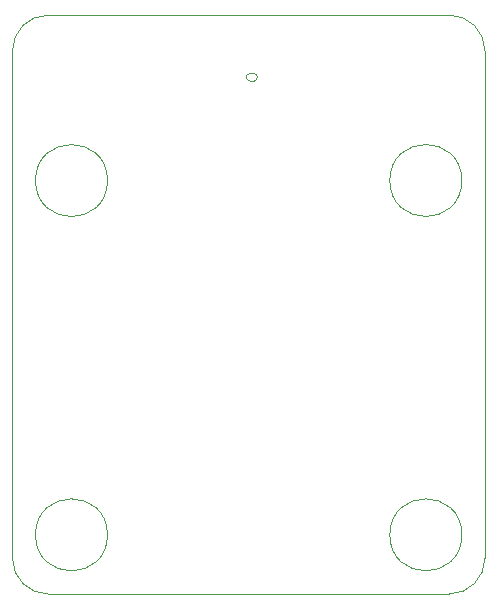
<source format=gbr>
G04 #@! TF.GenerationSoftware,KiCad,Pcbnew,(5.1.9-0-10_14)*
G04 #@! TF.CreationDate,2022-03-05T13:35:39-08:00*
G04 #@! TF.ProjectId,LED_array,4c45445f-6172-4726-9179-2e6b69636164,rev?*
G04 #@! TF.SameCoordinates,Original*
G04 #@! TF.FileFunction,Profile,NP*
%FSLAX46Y46*%
G04 Gerber Fmt 4.6, Leading zero omitted, Abs format (unit mm)*
G04 Created by KiCad (PCBNEW (5.1.9-0-10_14)) date 2022-03-05 13:35:39*
%MOMM*%
%LPD*%
G01*
G04 APERTURE LIST*
G04 #@! TA.AperFunction,Profile*
%ADD10C,0.100000*%
G04 #@! TD*
G04 #@! TA.AperFunction,Profile*
%ADD11C,0.010000*%
G04 #@! TD*
G04 APERTURE END LIST*
D10*
X43000000Y-70000000D02*
G75*
G02*
X40000000Y-67000000I0J3000000D01*
G01*
X77000000Y-21000000D02*
G75*
G02*
X80000000Y-24000000I0J-3000000D01*
G01*
X80000000Y-67000000D02*
G75*
G02*
X77000000Y-70000000I-3000000J0D01*
G01*
X40000000Y-24000000D02*
G75*
G02*
X43000000Y-21000000I3000000J0D01*
G01*
X48050000Y-35000000D02*
G75*
G03*
X48050000Y-35000000I-3050000J0D01*
G01*
X78050000Y-65000000D02*
G75*
G03*
X78050000Y-65000000I-3050000J0D01*
G01*
X48050000Y-65000000D02*
G75*
G03*
X48050000Y-65000000I-3050000J0D01*
G01*
X78050000Y-35000000D02*
G75*
G03*
X78050000Y-35000000I-3050000J0D01*
G01*
X40000000Y-24000000D02*
X40000000Y-67000000D01*
X77000000Y-70000000D02*
X43000000Y-70000000D01*
X80000000Y-24000000D02*
X80000000Y-67000000D01*
X43000000Y-21000000D02*
X77000000Y-21000000D01*
D11*
X60425000Y-26575000D02*
X60125000Y-26575000D01*
X60125000Y-25925000D02*
X60425000Y-25925000D01*
X60125000Y-26575000D02*
G75*
G02*
X59800000Y-26250000I0J325000D01*
G01*
X59800000Y-26250000D02*
G75*
G02*
X60125000Y-25925000I325000J0D01*
G01*
X60425000Y-25925000D02*
G75*
G02*
X60750000Y-26250000I0J-325000D01*
G01*
X60750000Y-26250000D02*
G75*
G02*
X60425000Y-26575000I-325000J0D01*
G01*
M02*

</source>
